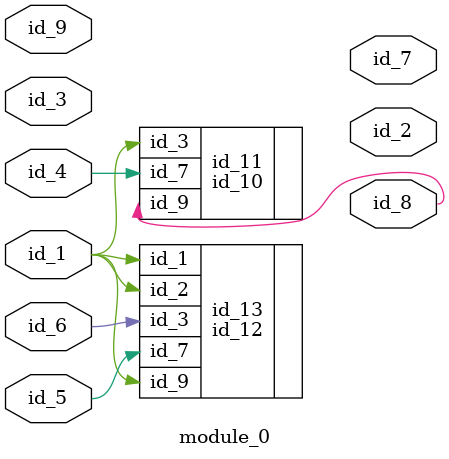
<source format=v>
`timescale 1ps / 1ps
module module_0 (
    id_1,
    id_2,
    id_3,
    id_4,
    id_5,
    id_6,
    id_7,
    id_8,
    id_9
);
  input id_9;
  output id_8;
  output id_7;
  input id_6;
  input id_5;
  input id_4;
  input id_3;
  output id_2;
  input id_1;
  id_10 id_11 (
      .id_9(id_8),
      .id_3(id_1),
      .id_7(id_4)
  );
  id_12 id_13 (
      .id_2(id_1),
      .id_9(id_1),
      .id_3(id_6),
      .id_7(id_5),
      .id_1(id_8),
      .id_1(id_1)
  );
endmodule

</source>
